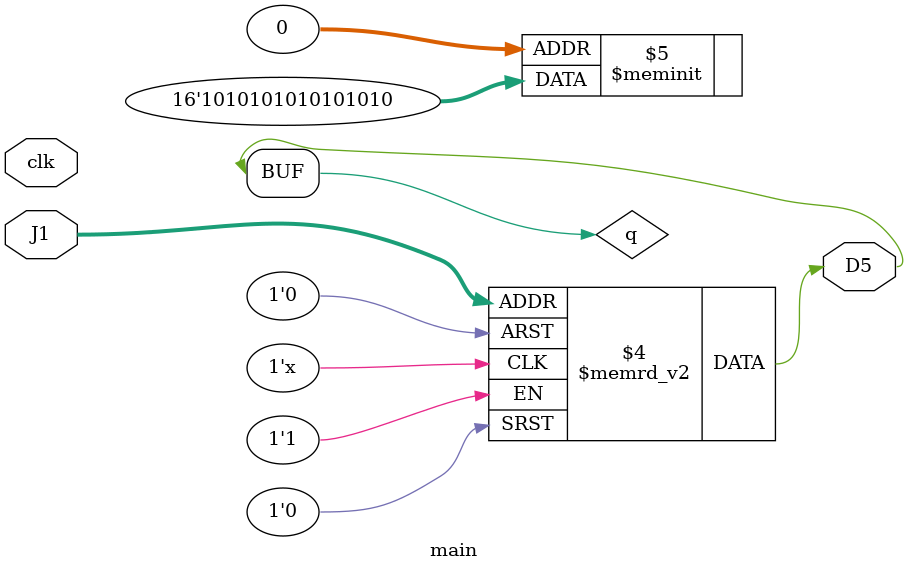
<source format=v>
module main ( input clk, input [3:0] J1, output D5 );

reg q;

// procedural always blocks: allow if/then/else/case statements

// case statements should handle all cases
always @(*) // execute if J1 changes, combinational, q will not be a DFF!
    case (J1)
       4'b0000: q = 1'b0;
       4'b0001: q = 1'b1;
       4'b0010: q = 1'b0;
       4'b0011: q = 1'b1;
       4'b0100: q = 1'b0;
       4'b0101: q = 1'b1;
       4'b0110: q = 1'b0;
       4'b0111: q = 1'b1;
       4'b1000: q = 1'b0;
       4'b1001: q = 1'b1;
       4'b1010: q = 1'b0;
       4'b1011: q = 1'b1;
       4'b1100: q = 1'b0;
       4'b1101: q = 1'b1;
       4'b1110: q = 1'b0;
       4'b1111: q = 1'b1;
    endcase

assign D5 = q;

endmodule

</source>
